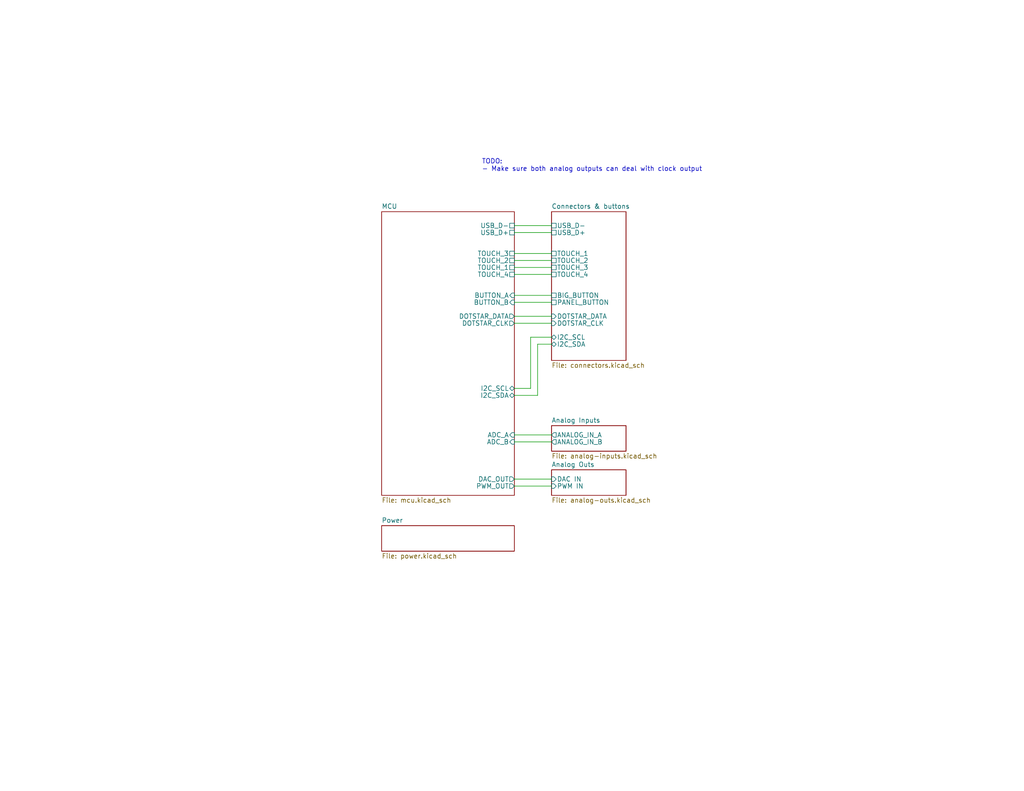
<source format=kicad_sch>
(kicad_sch (version 20230121) (generator eeschema)
  (paper "USLetter")
  (title_block (title "Big Honking Button") (date "2023-08-02") (rev "v5") (company "Winterbloom") (comment 1 "Alethea Flowers") (comment 2 "CERN-OHL-P V2"))
  (lib_symbols)
  (wire (pts (xy 140.335 69.215) (xy 150.495 69.215)))
  (wire (pts (xy 140.335 86.36) (xy 150.495 86.36)))
  (wire (pts (xy 146.685 93.98) (xy 150.495 93.98)))
  (wire (pts (xy 140.335 63.5) (xy 150.495 63.5)))
  (wire (pts (xy 144.78 106.045) (xy 144.78 92.075)))
  (wire (pts (xy 150.495 118.745) (xy 140.335 118.745)))
  (wire (pts (xy 140.335 88.265) (xy 150.495 88.265)))
  (wire (pts (xy 140.335 82.55) (xy 150.495 82.55)))
  (wire (pts (xy 140.335 130.81) (xy 150.495 130.81)))
  (wire (pts (xy 140.335 61.595) (xy 150.495 61.595)))
  (wire (pts (xy 146.685 107.95) (xy 146.685 93.98)))
  (wire (pts (xy 140.335 74.93) (xy 150.495 74.93)))
  (wire (pts (xy 140.335 73.025) (xy 150.495 73.025)))
  (wire (pts (xy 150.495 120.65) (xy 140.335 120.65)))
  (wire (pts (xy 140.335 132.715) (xy 150.495 132.715)))
  (wire (pts (xy 144.78 92.075) (xy 150.495 92.075)))
  (wire (pts (xy 140.335 71.12) (xy 150.495 71.12)))
  (wire (pts (xy 140.335 106.045) (xy 144.78 106.045)))
  (wire (pts (xy 140.335 107.95) (xy 146.685 107.95)))
  (wire (pts (xy 140.335 80.645) (xy 150.495 80.645)))
  (text "TODO:\n- Make sure both analog outputs can deal with clock output" (at 131.445 46.99 0) (effects (font (size 1.27 1.27)) (justify left bottom)))
  (sheet (at 150.495 57.785) (size 20.32 40.64) (stroke (width 0.1524))
    (property "Sheetname" "Connectors & buttons" (at 150.495 57.0734 0) (effects (justify left bottom)))
    (property "Sheetfile" "connectors.kicad_sch" (at 150.495 99.0096 0) (effects (justify left top)))
    (pin "PANEL_BUTTON" passive (at 150.495 82.55 180))
    (pin "BIG_BUTTON" passive (at 150.495 80.645 180))
    (pin "DOTSTAR_DATA" input (at 150.495 86.36 180))
    (pin "DOTSTAR_CLK" input (at 150.495 88.265 180))
    (pin "USB_D-" passive (at 150.495 61.595 180))
    (pin "USB_D+" passive (at 150.495 63.5 180))
    (pin "I2C_SDA" bidirectional (at 150.495 93.98 180))
    (pin "I2C_SCL" bidirectional (at 150.495 92.075 180))
    (pin "TOUCH_1" passive (at 150.495 69.215 180))
    (pin "TOUCH_2" passive (at 150.495 71.12 180))
    (pin "TOUCH_3" passive (at 150.495 73.025 180))
    (pin "TOUCH_4" passive (at 150.495 74.93 180))
  )
  (sheet (at 104.14 143.51) (size 36.195 6.985) (stroke (width 0.1524))
    (property "Sheetname" "Power" (at 104.14 142.7984 0) (effects (justify left bottom)))
    (property "Sheetfile" "power.kicad_sch" (at 104.14 151.0796 0) (effects (justify left top)))
  )
  (sheet (at 150.495 116.205) (size 20.32 6.985) (stroke (width 0.1524))
    (property "Sheetname" "Analog Inputs" (at 150.495 115.4934 0) (effects (justify left bottom)))
    (property "Sheetfile" "analog-inputs.kicad_sch" (at 150.495 123.7746 0) (effects (justify left top)))
    (pin "ANALOG_IN_A" output (at 150.495 118.745 180))
    (pin "ANALOG_IN_B" output (at 150.495 120.65 180))
  )
  (sheet (at 150.495 128.27) (size 20.32 6.985) (stroke (width 0.1524))
    (property "Sheetname" "Analog Outs" (at 150.495 127.5584 0) (effects (justify left bottom)))
    (property "Sheetfile" "analog-outs.kicad_sch" (at 150.495 135.8396 0) (effects (justify left top)))
    (pin "DAC IN" input (at 150.495 130.81 180))
    (pin "PWM IN" input (at 150.495 132.715 180))
  )
  (sheet (at 104.14 57.785) (size 36.195 77.47) (stroke (width 0.1524))
    (property "Sheetname" "MCU" (at 104.14 57.0734 0) (effects (justify left bottom)))
    (property "Sheetfile" "mcu.kicad_sch" (at 104.14 135.8396 0) (effects (justify left top)))
    (pin "DAC_OUT" output (at 140.335 130.81 0))
    (pin "BUTTON_B" input (at 140.335 82.55 0))
    (pin "ADC_B" input (at 140.335 120.65 0))
    (pin "BUTTON_A" input (at 140.335 80.645 0))
    (pin "ADC_A" input (at 140.335 118.745 0))
    (pin "PWM_OUT" output (at 140.335 132.715 0))
    (pin "DOTSTAR_DATA" output (at 140.335 86.36 0))
    (pin "DOTSTAR_CLK" output (at 140.335 88.265 0))
    (pin "USB_D-" passive (at 140.335 61.595 0))
    (pin "USB_D+" passive (at 140.335 63.5 0))
    (pin "I2C_SCL" bidirectional (at 140.335 106.045 0))
    (pin "I2C_SDA" bidirectional (at 140.335 107.95 0))
    (pin "TOUCH_4" passive (at 140.335 74.93 0))
    (pin "TOUCH_1" passive (at 140.335 73.025 0))
    (pin "TOUCH_2" passive (at 140.335 71.12 0))
    (pin "TOUCH_3" passive (at 140.335 69.215 0))
  )
)
</source>
